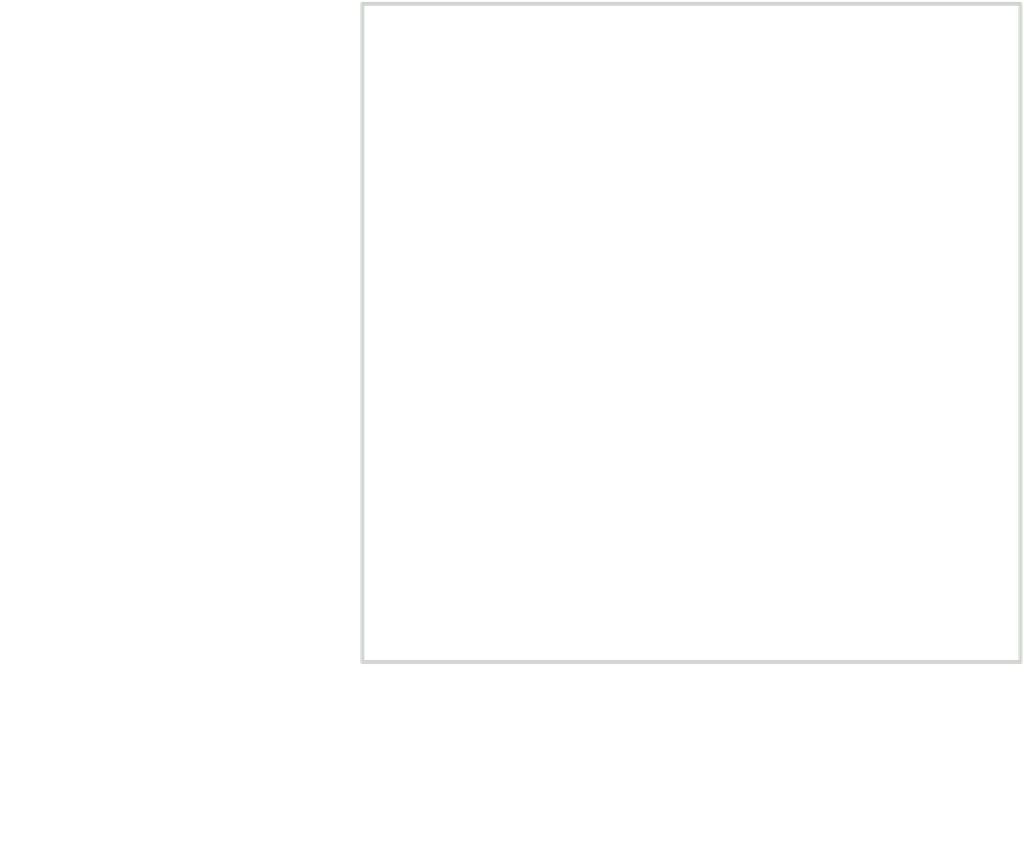
<source format=kicad_pcb>
(kicad_pcb (version 3) (host pcbnew "(2013-07-07 BZR 4022)-stable")

  (general
    (links 0)
    (no_connects 0)
    (area 0 0 0 0)
    (thickness 1.6)
    (drawings 6)
    (tracks 0)
    (zones 0)
    (modules 0)
    (nets 1)
  )

  (page A3)
  (layers
    (15 F.Cu signal)
    (0 B.Cu signal)
    (16 B.Adhes user)
    (17 F.Adhes user)
    (18 B.Paste user)
    (19 F.Paste user)
    (20 B.SilkS user)
    (21 F.SilkS user)
    (22 B.Mask user)
    (23 F.Mask user)
    (24 Dwgs.User user)
    (25 Cmts.User user)
    (26 Eco1.User user)
    (27 Eco2.User user)
    (28 Edge.Cuts user)
  )

  (setup
    (last_trace_width 0.254)
    (trace_clearance 0.254)
    (zone_clearance 0.508)
    (zone_45_only no)
    (trace_min 0.254)
    (segment_width 0.2)
    (edge_width 0.15)
    (via_size 0.889)
    (via_drill 0.635)
    (via_min_size 0.889)
    (via_min_drill 0.508)
    (uvia_size 0.508)
    (uvia_drill 0.127)
    (uvias_allowed no)
    (uvia_min_size 0.508)
    (uvia_min_drill 0.127)
    (pcb_text_width 0.3)
    (pcb_text_size 1.5 1.5)
    (mod_edge_width 0.15)
    (mod_text_size 1.5 1.5)
    (mod_text_width 0.15)
    (pad_size 1.524 1.524)
    (pad_drill 0.762)
    (pad_to_mask_clearance 0.2)
    (aux_axis_origin 0 0)
    (visible_elements FFFFFFBF)
    (pcbplotparams
      (layerselection 3178497)
      (usegerberextensions true)
      (excludeedgelayer true)
      (linewidth 0.100000)
      (plotframeref false)
      (viasonmask false)
      (mode 1)
      (useauxorigin false)
      (hpglpennumber 1)
      (hpglpenspeed 20)
      (hpglpendiameter 15)
      (hpglpenoverlay 2)
      (psnegative false)
      (psa4output false)
      (plotreference true)
      (plotvalue true)
      (plotothertext true)
      (plotinvisibletext false)
      (padsonsilk false)
      (subtractmaskfromsilk false)
      (outputformat 1)
      (mirror false)
      (drillshape 1)
      (scaleselection 1)
      (outputdirectory ""))
  )

  (net 0 "")

  (net_class Default "This is the default net class."
    (clearance 0.254)
    (trace_width 0.254)
    (via_dia 0.889)
    (via_drill 0.635)
    (uvia_dia 0.508)
    (uvia_drill 0.127)
    (add_net "")
  )

  (dimension 25.4 (width 0.3) (layer Dwgs.User)
    (gr_text "1.0000 in" (at 190.5 134.699999) (layer Dwgs.User)
      (effects (font (size 1.5 1.5) (thickness 0.3)))
    )
    (feature1 (pts (xy 177.8 127) (xy 177.8 136.049999)))
    (feature2 (pts (xy 203.2 127) (xy 203.2 136.049999)))
    (crossbar (pts (xy 203.2 133.349999) (xy 177.8 133.349999)))
    (arrow1a (pts (xy 177.8 133.349999) (xy 178.926503 132.763579)))
    (arrow1b (pts (xy 177.8 133.349999) (xy 178.926503 133.936419)))
    (arrow2a (pts (xy 203.2 133.349999) (xy 202.073497 132.763579)))
    (arrow2b (pts (xy 203.2 133.349999) (xy 202.073497 133.936419)))
  )
  (dimension 25.4 (width 0.3) (layer Dwgs.User)
    (gr_text "1.0000 in" (at 170.1 114.3 90) (layer Dwgs.User)
      (effects (font (size 1.5 1.5) (thickness 0.3)))
    )
    (feature1 (pts (xy 177.8 101.6) (xy 168.75 101.6)))
    (feature2 (pts (xy 177.8 127) (xy 168.75 127)))
    (crossbar (pts (xy 171.45 127) (xy 171.45 101.6)))
    (arrow1a (pts (xy 171.45 101.6) (xy 172.03642 102.726503)))
    (arrow1b (pts (xy 171.45 101.6) (xy 170.86358 102.726503)))
    (arrow2a (pts (xy 171.45 127) (xy 172.03642 125.873497)))
    (arrow2b (pts (xy 171.45 127) (xy 170.86358 125.873497)))
  )
  (gr_line (start 177.8 127) (end 177.8 101.6) (angle 90) (layer Edge.Cuts) (width 0.15))
  (gr_line (start 203.2 127) (end 177.8 127) (angle 90) (layer Edge.Cuts) (width 0.15))
  (gr_line (start 203.2 101.6) (end 203.2 127) (angle 90) (layer Edge.Cuts) (width 0.15))
  (gr_line (start 177.8 101.6) (end 203.2 101.6) (angle 90) (layer Edge.Cuts) (width 0.15))

)

</source>
